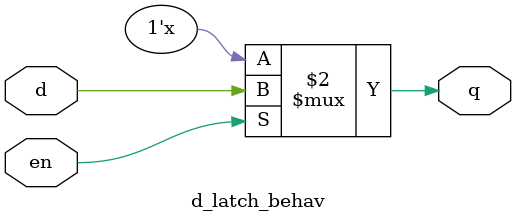
<source format=v>
module d_latch_behav(
  input d,
  input en,
  output reg q);

always @(en, d) begin
  if (en) q <= d;
end

endmodule

</source>
